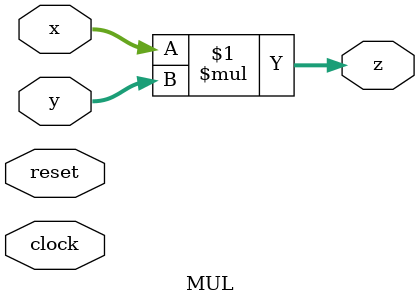
<source format=v>
module MUL(

    clock,
    reset,
    x,
    y,
    z);

input [15:0] x;
input [15:0] y;
output [15:0] z;
input clock;
input reset;
wire [15:0] x;
wire [15:0] y;
wire [15:0] z;
assign {z} = x * y;
endmodule //MUL

</source>
